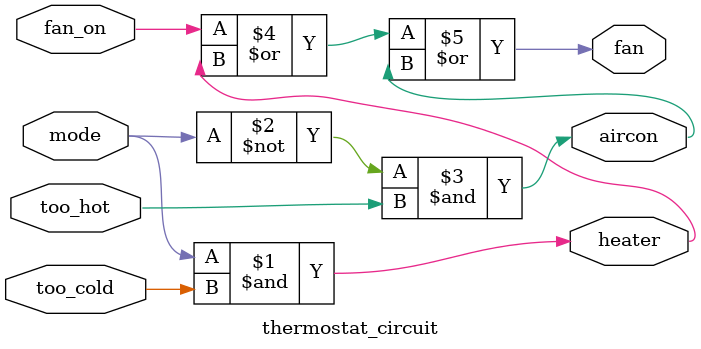
<source format=v>
module thermostat_circuit(
   input too_cold,
   input too_hot,
   input mode,
   input fan_on,
   output heater,
   output aircon,
   output fan
); 
	assign heater = mode&too_cold;
	assign aircon = ~mode&too_hot;
	assign fan = fan_on|heater|aircon;
endmodule 
</source>
